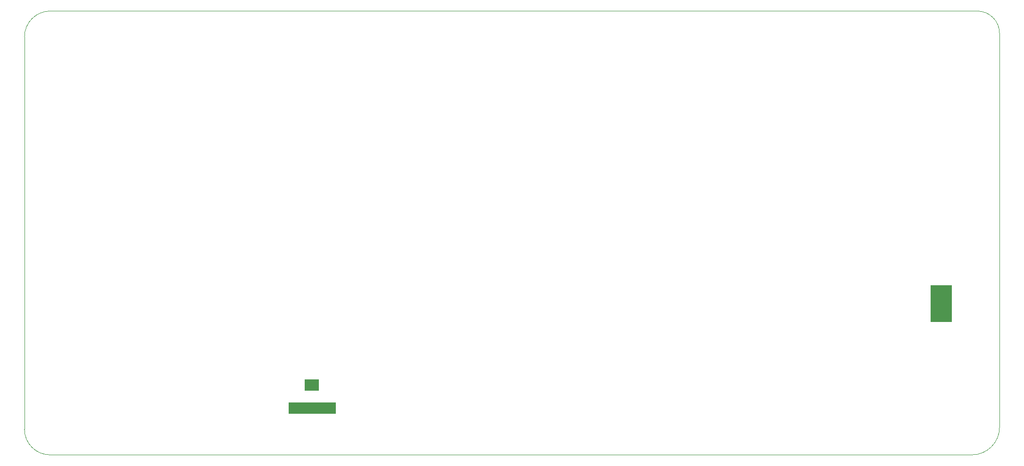
<source format=gko>
G04*
G04 #@! TF.GenerationSoftware,Altium Limited,Altium Designer,22.1.2 (22)*
G04*
G04 Layer_Color=16711935*
%FSLAX25Y25*%
%MOIN*%
G70*
G04*
G04 #@! TF.SameCoordinates,56094753-5DA1-4506-B589-AA1800A80C84*
G04*
G04*
G04 #@! TF.FilePolarity,Positive*
G04*
G01*
G75*
%ADD176C,0.00100*%
%ADD178R,0.09843X0.07874*%
%ADD179R,0.33465X0.07874*%
G36*
X635789Y100716D02*
X620890D01*
Y74550D01*
X635789D01*
Y100716D01*
D02*
G37*
D176*
X650051Y-19485D02*
G03*
X669570Y34I0J19519D01*
G01*
X669562Y279029D02*
G03*
X653815Y294776I-15747J-0D01*
G01*
X-1284Y294776D02*
G03*
X-19528Y276531I-0J-18244D01*
G01*
X-19528Y-1391D02*
G03*
X-1434Y-19485I18094J-0D01*
G01*
X669562Y279029D02*
X669570Y34D01*
X-1284Y294776D02*
X653815Y294776D01*
X-19528Y-1391D02*
X-19528Y276531D01*
X-1434Y-19485D02*
X650051Y-19485D01*
D178*
X183687Y30071D02*
D03*
D179*
X183884Y13536D02*
D03*
M02*

</source>
